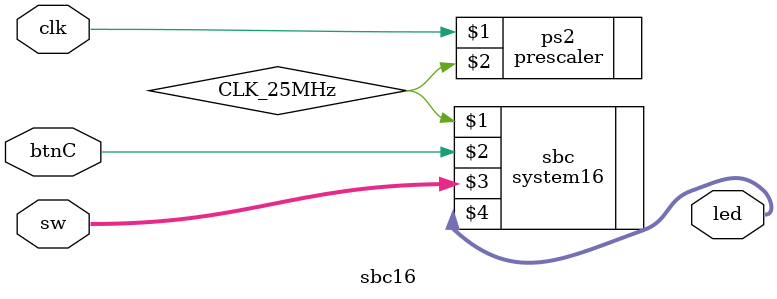
<source format=v>
/**
 * Project: sbc16
 *
 * This is the top module that serves as an adaptor for projects in the 8 Bit Workshop
 * to be used on a Basys3 board.
 *
 */

`include "../prescaler.v"
`include "system16.v"

module sbc16 (
    input  clk,         // 100MHz clock
    input  btnC,        // reset button (center button on Basys3)
    input [15:0] sw,    // canonical I/O
    output [15:0] led
);

    // 25MHz clock
    wire CLK_25MHz;
    prescaler #(.N(2)) ps2(clk, CLK_25MHz);
    
    // test pattern object
    system16 sbc(CLK_25MHz, btnC, sw, led);    

endmodule

</source>
